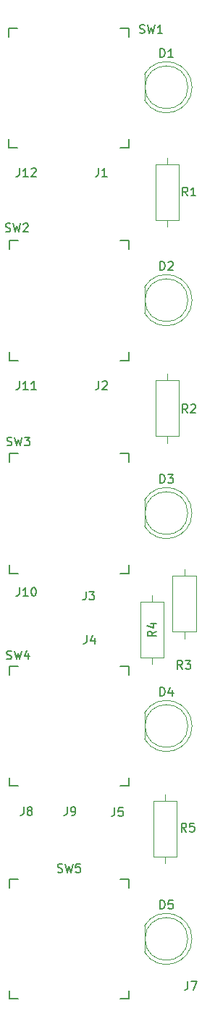
<source format=gto>
%TF.GenerationSoftware,KiCad,Pcbnew,7.0.5*%
%TF.CreationDate,2023-11-24T16:41:21-05:00*%
%TF.ProjectId,Guitar_Hero_PCBs,47756974-6172-45f4-9865-726f5f504342,rev?*%
%TF.SameCoordinates,Original*%
%TF.FileFunction,Legend,Top*%
%TF.FilePolarity,Positive*%
%FSLAX46Y46*%
G04 Gerber Fmt 4.6, Leading zero omitted, Abs format (unit mm)*
G04 Created by KiCad (PCBNEW 7.0.5) date 2023-11-24 16:41:21*
%MOMM*%
%LPD*%
G01*
G04 APERTURE LIST*
%ADD10C,0.150000*%
%ADD11C,0.120000*%
G04 APERTURE END LIST*
D10*
%TO.C,J1*%
X115922466Y-52483819D02*
X115922466Y-53198104D01*
X115922466Y-53198104D02*
X115874847Y-53340961D01*
X115874847Y-53340961D02*
X115779609Y-53436200D01*
X115779609Y-53436200D02*
X115636752Y-53483819D01*
X115636752Y-53483819D02*
X115541514Y-53483819D01*
X116922466Y-53483819D02*
X116351038Y-53483819D01*
X116636752Y-53483819D02*
X116636752Y-52483819D01*
X116636752Y-52483819D02*
X116541514Y-52626676D01*
X116541514Y-52626676D02*
X116446276Y-52721914D01*
X116446276Y-52721914D02*
X116351038Y-52769533D01*
%TO.C,R5*%
X126198333Y-130096419D02*
X125865000Y-129620228D01*
X125626905Y-130096419D02*
X125626905Y-129096419D01*
X125626905Y-129096419D02*
X126007857Y-129096419D01*
X126007857Y-129096419D02*
X126103095Y-129144038D01*
X126103095Y-129144038D02*
X126150714Y-129191657D01*
X126150714Y-129191657D02*
X126198333Y-129286895D01*
X126198333Y-129286895D02*
X126198333Y-129429752D01*
X126198333Y-129429752D02*
X126150714Y-129524990D01*
X126150714Y-129524990D02*
X126103095Y-129572609D01*
X126103095Y-129572609D02*
X126007857Y-129620228D01*
X126007857Y-129620228D02*
X125626905Y-129620228D01*
X127103095Y-129096419D02*
X126626905Y-129096419D01*
X126626905Y-129096419D02*
X126579286Y-129572609D01*
X126579286Y-129572609D02*
X126626905Y-129524990D01*
X126626905Y-129524990D02*
X126722143Y-129477371D01*
X126722143Y-129477371D02*
X126960238Y-129477371D01*
X126960238Y-129477371D02*
X127055476Y-129524990D01*
X127055476Y-129524990D02*
X127103095Y-129572609D01*
X127103095Y-129572609D02*
X127150714Y-129667847D01*
X127150714Y-129667847D02*
X127150714Y-129905942D01*
X127150714Y-129905942D02*
X127103095Y-130001180D01*
X127103095Y-130001180D02*
X127055476Y-130048800D01*
X127055476Y-130048800D02*
X126960238Y-130096419D01*
X126960238Y-130096419D02*
X126722143Y-130096419D01*
X126722143Y-130096419D02*
X126626905Y-130048800D01*
X126626905Y-130048800D02*
X126579286Y-130001180D01*
%TO.C,J9*%
X112239466Y-127185346D02*
X112239466Y-127899631D01*
X112239466Y-127899631D02*
X112191847Y-128042488D01*
X112191847Y-128042488D02*
X112096609Y-128137727D01*
X112096609Y-128137727D02*
X111953752Y-128185346D01*
X111953752Y-128185346D02*
X111858514Y-128185346D01*
X112763276Y-128185346D02*
X112953752Y-128185346D01*
X112953752Y-128185346D02*
X113048990Y-128137727D01*
X113048990Y-128137727D02*
X113096609Y-128090107D01*
X113096609Y-128090107D02*
X113191847Y-127947250D01*
X113191847Y-127947250D02*
X113239466Y-127756774D01*
X113239466Y-127756774D02*
X113239466Y-127375822D01*
X113239466Y-127375822D02*
X113191847Y-127280584D01*
X113191847Y-127280584D02*
X113144228Y-127232965D01*
X113144228Y-127232965D02*
X113048990Y-127185346D01*
X113048990Y-127185346D02*
X112858514Y-127185346D01*
X112858514Y-127185346D02*
X112763276Y-127232965D01*
X112763276Y-127232965D02*
X112715657Y-127280584D01*
X112715657Y-127280584D02*
X112668038Y-127375822D01*
X112668038Y-127375822D02*
X112668038Y-127613917D01*
X112668038Y-127613917D02*
X112715657Y-127709155D01*
X112715657Y-127709155D02*
X112763276Y-127756774D01*
X112763276Y-127756774D02*
X112858514Y-127804393D01*
X112858514Y-127804393D02*
X113048990Y-127804393D01*
X113048990Y-127804393D02*
X113144228Y-127756774D01*
X113144228Y-127756774D02*
X113191847Y-127709155D01*
X113191847Y-127709155D02*
X113239466Y-127613917D01*
%TO.C,R2*%
X126350733Y-81125219D02*
X126017400Y-80649028D01*
X125779305Y-81125219D02*
X125779305Y-80125219D01*
X125779305Y-80125219D02*
X126160257Y-80125219D01*
X126160257Y-80125219D02*
X126255495Y-80172838D01*
X126255495Y-80172838D02*
X126303114Y-80220457D01*
X126303114Y-80220457D02*
X126350733Y-80315695D01*
X126350733Y-80315695D02*
X126350733Y-80458552D01*
X126350733Y-80458552D02*
X126303114Y-80553790D01*
X126303114Y-80553790D02*
X126255495Y-80601409D01*
X126255495Y-80601409D02*
X126160257Y-80649028D01*
X126160257Y-80649028D02*
X125779305Y-80649028D01*
X126731686Y-80220457D02*
X126779305Y-80172838D01*
X126779305Y-80172838D02*
X126874543Y-80125219D01*
X126874543Y-80125219D02*
X127112638Y-80125219D01*
X127112638Y-80125219D02*
X127207876Y-80172838D01*
X127207876Y-80172838D02*
X127255495Y-80220457D01*
X127255495Y-80220457D02*
X127303114Y-80315695D01*
X127303114Y-80315695D02*
X127303114Y-80410933D01*
X127303114Y-80410933D02*
X127255495Y-80553790D01*
X127255495Y-80553790D02*
X126684067Y-81125219D01*
X126684067Y-81125219D02*
X127303114Y-81125219D01*
%TO.C,SW4*%
X105168867Y-109881200D02*
X105311724Y-109928819D01*
X105311724Y-109928819D02*
X105549819Y-109928819D01*
X105549819Y-109928819D02*
X105645057Y-109881200D01*
X105645057Y-109881200D02*
X105692676Y-109833580D01*
X105692676Y-109833580D02*
X105740295Y-109738342D01*
X105740295Y-109738342D02*
X105740295Y-109643104D01*
X105740295Y-109643104D02*
X105692676Y-109547866D01*
X105692676Y-109547866D02*
X105645057Y-109500247D01*
X105645057Y-109500247D02*
X105549819Y-109452628D01*
X105549819Y-109452628D02*
X105359343Y-109405009D01*
X105359343Y-109405009D02*
X105264105Y-109357390D01*
X105264105Y-109357390D02*
X105216486Y-109309771D01*
X105216486Y-109309771D02*
X105168867Y-109214533D01*
X105168867Y-109214533D02*
X105168867Y-109119295D01*
X105168867Y-109119295D02*
X105216486Y-109024057D01*
X105216486Y-109024057D02*
X105264105Y-108976438D01*
X105264105Y-108976438D02*
X105359343Y-108928819D01*
X105359343Y-108928819D02*
X105597438Y-108928819D01*
X105597438Y-108928819D02*
X105740295Y-108976438D01*
X106073629Y-108928819D02*
X106311724Y-109928819D01*
X106311724Y-109928819D02*
X106502200Y-109214533D01*
X106502200Y-109214533D02*
X106692676Y-109928819D01*
X106692676Y-109928819D02*
X106930772Y-108928819D01*
X107740295Y-109262152D02*
X107740295Y-109928819D01*
X107502200Y-108881200D02*
X107264105Y-109595485D01*
X107264105Y-109595485D02*
X107883152Y-109595485D01*
%TO.C,J2*%
X115947866Y-77401219D02*
X115947866Y-78115504D01*
X115947866Y-78115504D02*
X115900247Y-78258361D01*
X115900247Y-78258361D02*
X115805009Y-78353600D01*
X115805009Y-78353600D02*
X115662152Y-78401219D01*
X115662152Y-78401219D02*
X115566914Y-78401219D01*
X116376438Y-77496457D02*
X116424057Y-77448838D01*
X116424057Y-77448838D02*
X116519295Y-77401219D01*
X116519295Y-77401219D02*
X116757390Y-77401219D01*
X116757390Y-77401219D02*
X116852628Y-77448838D01*
X116852628Y-77448838D02*
X116900247Y-77496457D01*
X116900247Y-77496457D02*
X116947866Y-77591695D01*
X116947866Y-77591695D02*
X116947866Y-77686933D01*
X116947866Y-77686933D02*
X116900247Y-77829790D01*
X116900247Y-77829790D02*
X116328819Y-78401219D01*
X116328819Y-78401219D02*
X116947866Y-78401219D01*
%TO.C,J10*%
X106683276Y-101531346D02*
X106683276Y-102245631D01*
X106683276Y-102245631D02*
X106635657Y-102388488D01*
X106635657Y-102388488D02*
X106540419Y-102483727D01*
X106540419Y-102483727D02*
X106397562Y-102531346D01*
X106397562Y-102531346D02*
X106302324Y-102531346D01*
X107683276Y-102531346D02*
X107111848Y-102531346D01*
X107397562Y-102531346D02*
X107397562Y-101531346D01*
X107397562Y-101531346D02*
X107302324Y-101674203D01*
X107302324Y-101674203D02*
X107207086Y-101769441D01*
X107207086Y-101769441D02*
X107111848Y-101817060D01*
X108302324Y-101531346D02*
X108397562Y-101531346D01*
X108397562Y-101531346D02*
X108492800Y-101578965D01*
X108492800Y-101578965D02*
X108540419Y-101626584D01*
X108540419Y-101626584D02*
X108588038Y-101721822D01*
X108588038Y-101721822D02*
X108635657Y-101912298D01*
X108635657Y-101912298D02*
X108635657Y-102150393D01*
X108635657Y-102150393D02*
X108588038Y-102340869D01*
X108588038Y-102340869D02*
X108540419Y-102436107D01*
X108540419Y-102436107D02*
X108492800Y-102483727D01*
X108492800Y-102483727D02*
X108397562Y-102531346D01*
X108397562Y-102531346D02*
X108302324Y-102531346D01*
X108302324Y-102531346D02*
X108207086Y-102483727D01*
X108207086Y-102483727D02*
X108159467Y-102436107D01*
X108159467Y-102436107D02*
X108111848Y-102340869D01*
X108111848Y-102340869D02*
X108064229Y-102150393D01*
X108064229Y-102150393D02*
X108064229Y-101912298D01*
X108064229Y-101912298D02*
X108111848Y-101721822D01*
X108111848Y-101721822D02*
X108159467Y-101626584D01*
X108159467Y-101626584D02*
X108207086Y-101578965D01*
X108207086Y-101578965D02*
X108302324Y-101531346D01*
%TO.C,SW3*%
X105219667Y-84913000D02*
X105362524Y-84960619D01*
X105362524Y-84960619D02*
X105600619Y-84960619D01*
X105600619Y-84960619D02*
X105695857Y-84913000D01*
X105695857Y-84913000D02*
X105743476Y-84865380D01*
X105743476Y-84865380D02*
X105791095Y-84770142D01*
X105791095Y-84770142D02*
X105791095Y-84674904D01*
X105791095Y-84674904D02*
X105743476Y-84579666D01*
X105743476Y-84579666D02*
X105695857Y-84532047D01*
X105695857Y-84532047D02*
X105600619Y-84484428D01*
X105600619Y-84484428D02*
X105410143Y-84436809D01*
X105410143Y-84436809D02*
X105314905Y-84389190D01*
X105314905Y-84389190D02*
X105267286Y-84341571D01*
X105267286Y-84341571D02*
X105219667Y-84246333D01*
X105219667Y-84246333D02*
X105219667Y-84151095D01*
X105219667Y-84151095D02*
X105267286Y-84055857D01*
X105267286Y-84055857D02*
X105314905Y-84008238D01*
X105314905Y-84008238D02*
X105410143Y-83960619D01*
X105410143Y-83960619D02*
X105648238Y-83960619D01*
X105648238Y-83960619D02*
X105791095Y-84008238D01*
X106124429Y-83960619D02*
X106362524Y-84960619D01*
X106362524Y-84960619D02*
X106553000Y-84246333D01*
X106553000Y-84246333D02*
X106743476Y-84960619D01*
X106743476Y-84960619D02*
X106981572Y-83960619D01*
X107267286Y-83960619D02*
X107886333Y-83960619D01*
X107886333Y-83960619D02*
X107553000Y-84341571D01*
X107553000Y-84341571D02*
X107695857Y-84341571D01*
X107695857Y-84341571D02*
X107791095Y-84389190D01*
X107791095Y-84389190D02*
X107838714Y-84436809D01*
X107838714Y-84436809D02*
X107886333Y-84532047D01*
X107886333Y-84532047D02*
X107886333Y-84770142D01*
X107886333Y-84770142D02*
X107838714Y-84865380D01*
X107838714Y-84865380D02*
X107791095Y-84913000D01*
X107791095Y-84913000D02*
X107695857Y-84960619D01*
X107695857Y-84960619D02*
X107410143Y-84960619D01*
X107410143Y-84960619D02*
X107314905Y-84913000D01*
X107314905Y-84913000D02*
X107267286Y-84865380D01*
%TO.C,J8*%
X107159466Y-127185346D02*
X107159466Y-127899631D01*
X107159466Y-127899631D02*
X107111847Y-128042488D01*
X107111847Y-128042488D02*
X107016609Y-128137727D01*
X107016609Y-128137727D02*
X106873752Y-128185346D01*
X106873752Y-128185346D02*
X106778514Y-128185346D01*
X107778514Y-127613917D02*
X107683276Y-127566298D01*
X107683276Y-127566298D02*
X107635657Y-127518679D01*
X107635657Y-127518679D02*
X107588038Y-127423441D01*
X107588038Y-127423441D02*
X107588038Y-127375822D01*
X107588038Y-127375822D02*
X107635657Y-127280584D01*
X107635657Y-127280584D02*
X107683276Y-127232965D01*
X107683276Y-127232965D02*
X107778514Y-127185346D01*
X107778514Y-127185346D02*
X107968990Y-127185346D01*
X107968990Y-127185346D02*
X108064228Y-127232965D01*
X108064228Y-127232965D02*
X108111847Y-127280584D01*
X108111847Y-127280584D02*
X108159466Y-127375822D01*
X108159466Y-127375822D02*
X108159466Y-127423441D01*
X108159466Y-127423441D02*
X108111847Y-127518679D01*
X108111847Y-127518679D02*
X108064228Y-127566298D01*
X108064228Y-127566298D02*
X107968990Y-127613917D01*
X107968990Y-127613917D02*
X107778514Y-127613917D01*
X107778514Y-127613917D02*
X107683276Y-127661536D01*
X107683276Y-127661536D02*
X107635657Y-127709155D01*
X107635657Y-127709155D02*
X107588038Y-127804393D01*
X107588038Y-127804393D02*
X107588038Y-127994869D01*
X107588038Y-127994869D02*
X107635657Y-128090107D01*
X107635657Y-128090107D02*
X107683276Y-128137727D01*
X107683276Y-128137727D02*
X107778514Y-128185346D01*
X107778514Y-128185346D02*
X107968990Y-128185346D01*
X107968990Y-128185346D02*
X108064228Y-128137727D01*
X108064228Y-128137727D02*
X108111847Y-128090107D01*
X108111847Y-128090107D02*
X108159466Y-127994869D01*
X108159466Y-127994869D02*
X108159466Y-127804393D01*
X108159466Y-127804393D02*
X108111847Y-127709155D01*
X108111847Y-127709155D02*
X108064228Y-127661536D01*
X108064228Y-127661536D02*
X107968990Y-127613917D01*
%TO.C,J11*%
X106683276Y-77401346D02*
X106683276Y-78115631D01*
X106683276Y-78115631D02*
X106635657Y-78258488D01*
X106635657Y-78258488D02*
X106540419Y-78353727D01*
X106540419Y-78353727D02*
X106397562Y-78401346D01*
X106397562Y-78401346D02*
X106302324Y-78401346D01*
X107683276Y-78401346D02*
X107111848Y-78401346D01*
X107397562Y-78401346D02*
X107397562Y-77401346D01*
X107397562Y-77401346D02*
X107302324Y-77544203D01*
X107302324Y-77544203D02*
X107207086Y-77639441D01*
X107207086Y-77639441D02*
X107111848Y-77687060D01*
X108635657Y-78401346D02*
X108064229Y-78401346D01*
X108349943Y-78401346D02*
X108349943Y-77401346D01*
X108349943Y-77401346D02*
X108254705Y-77544203D01*
X108254705Y-77544203D02*
X108159467Y-77639441D01*
X108159467Y-77639441D02*
X108064229Y-77687060D01*
%TO.C,D2*%
X123129069Y-64439819D02*
X123129069Y-63439819D01*
X123129069Y-63439819D02*
X123367164Y-63439819D01*
X123367164Y-63439819D02*
X123510021Y-63487438D01*
X123510021Y-63487438D02*
X123605259Y-63582676D01*
X123605259Y-63582676D02*
X123652878Y-63677914D01*
X123652878Y-63677914D02*
X123700497Y-63868390D01*
X123700497Y-63868390D02*
X123700497Y-64011247D01*
X123700497Y-64011247D02*
X123652878Y-64201723D01*
X123652878Y-64201723D02*
X123605259Y-64296961D01*
X123605259Y-64296961D02*
X123510021Y-64392200D01*
X123510021Y-64392200D02*
X123367164Y-64439819D01*
X123367164Y-64439819D02*
X123129069Y-64439819D01*
X124081450Y-63535057D02*
X124129069Y-63487438D01*
X124129069Y-63487438D02*
X124224307Y-63439819D01*
X124224307Y-63439819D02*
X124462402Y-63439819D01*
X124462402Y-63439819D02*
X124557640Y-63487438D01*
X124557640Y-63487438D02*
X124605259Y-63535057D01*
X124605259Y-63535057D02*
X124652878Y-63630295D01*
X124652878Y-63630295D02*
X124652878Y-63725533D01*
X124652878Y-63725533D02*
X124605259Y-63868390D01*
X124605259Y-63868390D02*
X124033831Y-64439819D01*
X124033831Y-64439819D02*
X124652878Y-64439819D01*
%TO.C,SW2*%
X105041867Y-59919400D02*
X105184724Y-59967019D01*
X105184724Y-59967019D02*
X105422819Y-59967019D01*
X105422819Y-59967019D02*
X105518057Y-59919400D01*
X105518057Y-59919400D02*
X105565676Y-59871780D01*
X105565676Y-59871780D02*
X105613295Y-59776542D01*
X105613295Y-59776542D02*
X105613295Y-59681304D01*
X105613295Y-59681304D02*
X105565676Y-59586066D01*
X105565676Y-59586066D02*
X105518057Y-59538447D01*
X105518057Y-59538447D02*
X105422819Y-59490828D01*
X105422819Y-59490828D02*
X105232343Y-59443209D01*
X105232343Y-59443209D02*
X105137105Y-59395590D01*
X105137105Y-59395590D02*
X105089486Y-59347971D01*
X105089486Y-59347971D02*
X105041867Y-59252733D01*
X105041867Y-59252733D02*
X105041867Y-59157495D01*
X105041867Y-59157495D02*
X105089486Y-59062257D01*
X105089486Y-59062257D02*
X105137105Y-59014638D01*
X105137105Y-59014638D02*
X105232343Y-58967019D01*
X105232343Y-58967019D02*
X105470438Y-58967019D01*
X105470438Y-58967019D02*
X105613295Y-59014638D01*
X105946629Y-58967019D02*
X106184724Y-59967019D01*
X106184724Y-59967019D02*
X106375200Y-59252733D01*
X106375200Y-59252733D02*
X106565676Y-59967019D01*
X106565676Y-59967019D02*
X106803772Y-58967019D01*
X107137105Y-59062257D02*
X107184724Y-59014638D01*
X107184724Y-59014638D02*
X107279962Y-58967019D01*
X107279962Y-58967019D02*
X107518057Y-58967019D01*
X107518057Y-58967019D02*
X107613295Y-59014638D01*
X107613295Y-59014638D02*
X107660914Y-59062257D01*
X107660914Y-59062257D02*
X107708533Y-59157495D01*
X107708533Y-59157495D02*
X107708533Y-59252733D01*
X107708533Y-59252733D02*
X107660914Y-59395590D01*
X107660914Y-59395590D02*
X107089486Y-59967019D01*
X107089486Y-59967019D02*
X107708533Y-59967019D01*
%TO.C,R4*%
X122654219Y-106643466D02*
X122178028Y-106976799D01*
X122654219Y-107214894D02*
X121654219Y-107214894D01*
X121654219Y-107214894D02*
X121654219Y-106833942D01*
X121654219Y-106833942D02*
X121701838Y-106738704D01*
X121701838Y-106738704D02*
X121749457Y-106691085D01*
X121749457Y-106691085D02*
X121844695Y-106643466D01*
X121844695Y-106643466D02*
X121987552Y-106643466D01*
X121987552Y-106643466D02*
X122082790Y-106691085D01*
X122082790Y-106691085D02*
X122130409Y-106738704D01*
X122130409Y-106738704D02*
X122178028Y-106833942D01*
X122178028Y-106833942D02*
X122178028Y-107214894D01*
X121987552Y-105786323D02*
X122654219Y-105786323D01*
X121606600Y-106024418D02*
X122320885Y-106262513D01*
X122320885Y-106262513D02*
X122320885Y-105643466D01*
%TO.C,D4*%
X123129069Y-114223819D02*
X123129069Y-113223819D01*
X123129069Y-113223819D02*
X123367164Y-113223819D01*
X123367164Y-113223819D02*
X123510021Y-113271438D01*
X123510021Y-113271438D02*
X123605259Y-113366676D01*
X123605259Y-113366676D02*
X123652878Y-113461914D01*
X123652878Y-113461914D02*
X123700497Y-113652390D01*
X123700497Y-113652390D02*
X123700497Y-113795247D01*
X123700497Y-113795247D02*
X123652878Y-113985723D01*
X123652878Y-113985723D02*
X123605259Y-114080961D01*
X123605259Y-114080961D02*
X123510021Y-114176200D01*
X123510021Y-114176200D02*
X123367164Y-114223819D01*
X123367164Y-114223819D02*
X123129069Y-114223819D01*
X124557640Y-113557152D02*
X124557640Y-114223819D01*
X124319545Y-113176200D02*
X124081450Y-113890485D01*
X124081450Y-113890485D02*
X124700497Y-113890485D01*
%TO.C,J12*%
X106683276Y-52509346D02*
X106683276Y-53223631D01*
X106683276Y-53223631D02*
X106635657Y-53366488D01*
X106635657Y-53366488D02*
X106540419Y-53461727D01*
X106540419Y-53461727D02*
X106397562Y-53509346D01*
X106397562Y-53509346D02*
X106302324Y-53509346D01*
X107683276Y-53509346D02*
X107111848Y-53509346D01*
X107397562Y-53509346D02*
X107397562Y-52509346D01*
X107397562Y-52509346D02*
X107302324Y-52652203D01*
X107302324Y-52652203D02*
X107207086Y-52747441D01*
X107207086Y-52747441D02*
X107111848Y-52795060D01*
X108064229Y-52604584D02*
X108111848Y-52556965D01*
X108111848Y-52556965D02*
X108207086Y-52509346D01*
X108207086Y-52509346D02*
X108445181Y-52509346D01*
X108445181Y-52509346D02*
X108540419Y-52556965D01*
X108540419Y-52556965D02*
X108588038Y-52604584D01*
X108588038Y-52604584D02*
X108635657Y-52699822D01*
X108635657Y-52699822D02*
X108635657Y-52795060D01*
X108635657Y-52795060D02*
X108588038Y-52937917D01*
X108588038Y-52937917D02*
X108016610Y-53509346D01*
X108016610Y-53509346D02*
X108635657Y-53509346D01*
%TO.C,SW1*%
X120739067Y-36703927D02*
X120881924Y-36751546D01*
X120881924Y-36751546D02*
X121120019Y-36751546D01*
X121120019Y-36751546D02*
X121215257Y-36703927D01*
X121215257Y-36703927D02*
X121262876Y-36656307D01*
X121262876Y-36656307D02*
X121310495Y-36561069D01*
X121310495Y-36561069D02*
X121310495Y-36465831D01*
X121310495Y-36465831D02*
X121262876Y-36370593D01*
X121262876Y-36370593D02*
X121215257Y-36322974D01*
X121215257Y-36322974D02*
X121120019Y-36275355D01*
X121120019Y-36275355D02*
X120929543Y-36227736D01*
X120929543Y-36227736D02*
X120834305Y-36180117D01*
X120834305Y-36180117D02*
X120786686Y-36132498D01*
X120786686Y-36132498D02*
X120739067Y-36037260D01*
X120739067Y-36037260D02*
X120739067Y-35942022D01*
X120739067Y-35942022D02*
X120786686Y-35846784D01*
X120786686Y-35846784D02*
X120834305Y-35799165D01*
X120834305Y-35799165D02*
X120929543Y-35751546D01*
X120929543Y-35751546D02*
X121167638Y-35751546D01*
X121167638Y-35751546D02*
X121310495Y-35799165D01*
X121643829Y-35751546D02*
X121881924Y-36751546D01*
X121881924Y-36751546D02*
X122072400Y-36037260D01*
X122072400Y-36037260D02*
X122262876Y-36751546D01*
X122262876Y-36751546D02*
X122500972Y-35751546D01*
X123405733Y-36751546D02*
X122834305Y-36751546D01*
X123120019Y-36751546D02*
X123120019Y-35751546D01*
X123120019Y-35751546D02*
X123024781Y-35894403D01*
X123024781Y-35894403D02*
X122929543Y-35989641D01*
X122929543Y-35989641D02*
X122834305Y-36037260D01*
%TO.C,J5*%
X117802066Y-127261419D02*
X117802066Y-127975704D01*
X117802066Y-127975704D02*
X117754447Y-128118561D01*
X117754447Y-128118561D02*
X117659209Y-128213800D01*
X117659209Y-128213800D02*
X117516352Y-128261419D01*
X117516352Y-128261419D02*
X117421114Y-128261419D01*
X118754447Y-127261419D02*
X118278257Y-127261419D01*
X118278257Y-127261419D02*
X118230638Y-127737609D01*
X118230638Y-127737609D02*
X118278257Y-127689990D01*
X118278257Y-127689990D02*
X118373495Y-127642371D01*
X118373495Y-127642371D02*
X118611590Y-127642371D01*
X118611590Y-127642371D02*
X118706828Y-127689990D01*
X118706828Y-127689990D02*
X118754447Y-127737609D01*
X118754447Y-127737609D02*
X118802066Y-127832847D01*
X118802066Y-127832847D02*
X118802066Y-128070942D01*
X118802066Y-128070942D02*
X118754447Y-128166180D01*
X118754447Y-128166180D02*
X118706828Y-128213800D01*
X118706828Y-128213800D02*
X118611590Y-128261419D01*
X118611590Y-128261419D02*
X118373495Y-128261419D01*
X118373495Y-128261419D02*
X118278257Y-128213800D01*
X118278257Y-128213800D02*
X118230638Y-128166180D01*
%TO.C,J3*%
X114449266Y-101994619D02*
X114449266Y-102708904D01*
X114449266Y-102708904D02*
X114401647Y-102851761D01*
X114401647Y-102851761D02*
X114306409Y-102947000D01*
X114306409Y-102947000D02*
X114163552Y-102994619D01*
X114163552Y-102994619D02*
X114068314Y-102994619D01*
X114830219Y-101994619D02*
X115449266Y-101994619D01*
X115449266Y-101994619D02*
X115115933Y-102375571D01*
X115115933Y-102375571D02*
X115258790Y-102375571D01*
X115258790Y-102375571D02*
X115354028Y-102423190D01*
X115354028Y-102423190D02*
X115401647Y-102470809D01*
X115401647Y-102470809D02*
X115449266Y-102566047D01*
X115449266Y-102566047D02*
X115449266Y-102804142D01*
X115449266Y-102804142D02*
X115401647Y-102899380D01*
X115401647Y-102899380D02*
X115354028Y-102947000D01*
X115354028Y-102947000D02*
X115258790Y-102994619D01*
X115258790Y-102994619D02*
X114973076Y-102994619D01*
X114973076Y-102994619D02*
X114877838Y-102947000D01*
X114877838Y-102947000D02*
X114830219Y-102899380D01*
%TO.C,SW5*%
X111151467Y-134798727D02*
X111294324Y-134846346D01*
X111294324Y-134846346D02*
X111532419Y-134846346D01*
X111532419Y-134846346D02*
X111627657Y-134798727D01*
X111627657Y-134798727D02*
X111675276Y-134751107D01*
X111675276Y-134751107D02*
X111722895Y-134655869D01*
X111722895Y-134655869D02*
X111722895Y-134560631D01*
X111722895Y-134560631D02*
X111675276Y-134465393D01*
X111675276Y-134465393D02*
X111627657Y-134417774D01*
X111627657Y-134417774D02*
X111532419Y-134370155D01*
X111532419Y-134370155D02*
X111341943Y-134322536D01*
X111341943Y-134322536D02*
X111246705Y-134274917D01*
X111246705Y-134274917D02*
X111199086Y-134227298D01*
X111199086Y-134227298D02*
X111151467Y-134132060D01*
X111151467Y-134132060D02*
X111151467Y-134036822D01*
X111151467Y-134036822D02*
X111199086Y-133941584D01*
X111199086Y-133941584D02*
X111246705Y-133893965D01*
X111246705Y-133893965D02*
X111341943Y-133846346D01*
X111341943Y-133846346D02*
X111580038Y-133846346D01*
X111580038Y-133846346D02*
X111722895Y-133893965D01*
X112056229Y-133846346D02*
X112294324Y-134846346D01*
X112294324Y-134846346D02*
X112484800Y-134132060D01*
X112484800Y-134132060D02*
X112675276Y-134846346D01*
X112675276Y-134846346D02*
X112913372Y-133846346D01*
X113770514Y-133846346D02*
X113294324Y-133846346D01*
X113294324Y-133846346D02*
X113246705Y-134322536D01*
X113246705Y-134322536D02*
X113294324Y-134274917D01*
X113294324Y-134274917D02*
X113389562Y-134227298D01*
X113389562Y-134227298D02*
X113627657Y-134227298D01*
X113627657Y-134227298D02*
X113722895Y-134274917D01*
X113722895Y-134274917D02*
X113770514Y-134322536D01*
X113770514Y-134322536D02*
X113818133Y-134417774D01*
X113818133Y-134417774D02*
X113818133Y-134655869D01*
X113818133Y-134655869D02*
X113770514Y-134751107D01*
X113770514Y-134751107D02*
X113722895Y-134798727D01*
X113722895Y-134798727D02*
X113627657Y-134846346D01*
X113627657Y-134846346D02*
X113389562Y-134846346D01*
X113389562Y-134846346D02*
X113294324Y-134798727D01*
X113294324Y-134798727D02*
X113246705Y-134751107D01*
%TO.C,D3*%
X123124069Y-89331819D02*
X123124069Y-88331819D01*
X123124069Y-88331819D02*
X123362164Y-88331819D01*
X123362164Y-88331819D02*
X123505021Y-88379438D01*
X123505021Y-88379438D02*
X123600259Y-88474676D01*
X123600259Y-88474676D02*
X123647878Y-88569914D01*
X123647878Y-88569914D02*
X123695497Y-88760390D01*
X123695497Y-88760390D02*
X123695497Y-88903247D01*
X123695497Y-88903247D02*
X123647878Y-89093723D01*
X123647878Y-89093723D02*
X123600259Y-89188961D01*
X123600259Y-89188961D02*
X123505021Y-89284200D01*
X123505021Y-89284200D02*
X123362164Y-89331819D01*
X123362164Y-89331819D02*
X123124069Y-89331819D01*
X124028831Y-88331819D02*
X124647878Y-88331819D01*
X124647878Y-88331819D02*
X124314545Y-88712771D01*
X124314545Y-88712771D02*
X124457402Y-88712771D01*
X124457402Y-88712771D02*
X124552640Y-88760390D01*
X124552640Y-88760390D02*
X124600259Y-88808009D01*
X124600259Y-88808009D02*
X124647878Y-88903247D01*
X124647878Y-88903247D02*
X124647878Y-89141342D01*
X124647878Y-89141342D02*
X124600259Y-89236580D01*
X124600259Y-89236580D02*
X124552640Y-89284200D01*
X124552640Y-89284200D02*
X124457402Y-89331819D01*
X124457402Y-89331819D02*
X124171688Y-89331819D01*
X124171688Y-89331819D02*
X124076450Y-89284200D01*
X124076450Y-89284200D02*
X124028831Y-89236580D01*
%TO.C,R3*%
X125741133Y-111071819D02*
X125407800Y-110595628D01*
X125169705Y-111071819D02*
X125169705Y-110071819D01*
X125169705Y-110071819D02*
X125550657Y-110071819D01*
X125550657Y-110071819D02*
X125645895Y-110119438D01*
X125645895Y-110119438D02*
X125693514Y-110167057D01*
X125693514Y-110167057D02*
X125741133Y-110262295D01*
X125741133Y-110262295D02*
X125741133Y-110405152D01*
X125741133Y-110405152D02*
X125693514Y-110500390D01*
X125693514Y-110500390D02*
X125645895Y-110548009D01*
X125645895Y-110548009D02*
X125550657Y-110595628D01*
X125550657Y-110595628D02*
X125169705Y-110595628D01*
X126074467Y-110071819D02*
X126693514Y-110071819D01*
X126693514Y-110071819D02*
X126360181Y-110452771D01*
X126360181Y-110452771D02*
X126503038Y-110452771D01*
X126503038Y-110452771D02*
X126598276Y-110500390D01*
X126598276Y-110500390D02*
X126645895Y-110548009D01*
X126645895Y-110548009D02*
X126693514Y-110643247D01*
X126693514Y-110643247D02*
X126693514Y-110881342D01*
X126693514Y-110881342D02*
X126645895Y-110976580D01*
X126645895Y-110976580D02*
X126598276Y-111024200D01*
X126598276Y-111024200D02*
X126503038Y-111071819D01*
X126503038Y-111071819D02*
X126217324Y-111071819D01*
X126217324Y-111071819D02*
X126122086Y-111024200D01*
X126122086Y-111024200D02*
X126074467Y-110976580D01*
%TO.C,D1*%
X123129069Y-39547819D02*
X123129069Y-38547819D01*
X123129069Y-38547819D02*
X123367164Y-38547819D01*
X123367164Y-38547819D02*
X123510021Y-38595438D01*
X123510021Y-38595438D02*
X123605259Y-38690676D01*
X123605259Y-38690676D02*
X123652878Y-38785914D01*
X123652878Y-38785914D02*
X123700497Y-38976390D01*
X123700497Y-38976390D02*
X123700497Y-39119247D01*
X123700497Y-39119247D02*
X123652878Y-39309723D01*
X123652878Y-39309723D02*
X123605259Y-39404961D01*
X123605259Y-39404961D02*
X123510021Y-39500200D01*
X123510021Y-39500200D02*
X123367164Y-39547819D01*
X123367164Y-39547819D02*
X123129069Y-39547819D01*
X124652878Y-39547819D02*
X124081450Y-39547819D01*
X124367164Y-39547819D02*
X124367164Y-38547819D01*
X124367164Y-38547819D02*
X124271926Y-38690676D01*
X124271926Y-38690676D02*
X124176688Y-38785914D01*
X124176688Y-38785914D02*
X124081450Y-38833533D01*
%TO.C,J7*%
X126361866Y-147562219D02*
X126361866Y-148276504D01*
X126361866Y-148276504D02*
X126314247Y-148419361D01*
X126314247Y-148419361D02*
X126219009Y-148514600D01*
X126219009Y-148514600D02*
X126076152Y-148562219D01*
X126076152Y-148562219D02*
X125980914Y-148562219D01*
X126742819Y-147562219D02*
X127409485Y-147562219D01*
X127409485Y-147562219D02*
X126980914Y-148562219D01*
%TO.C,J4*%
X114550866Y-107125419D02*
X114550866Y-107839704D01*
X114550866Y-107839704D02*
X114503247Y-107982561D01*
X114503247Y-107982561D02*
X114408009Y-108077800D01*
X114408009Y-108077800D02*
X114265152Y-108125419D01*
X114265152Y-108125419D02*
X114169914Y-108125419D01*
X115455628Y-107458752D02*
X115455628Y-108125419D01*
X115217533Y-107077800D02*
X114979438Y-107792085D01*
X114979438Y-107792085D02*
X115598485Y-107792085D01*
%TO.C,D5*%
X123124069Y-139115819D02*
X123124069Y-138115819D01*
X123124069Y-138115819D02*
X123362164Y-138115819D01*
X123362164Y-138115819D02*
X123505021Y-138163438D01*
X123505021Y-138163438D02*
X123600259Y-138258676D01*
X123600259Y-138258676D02*
X123647878Y-138353914D01*
X123647878Y-138353914D02*
X123695497Y-138544390D01*
X123695497Y-138544390D02*
X123695497Y-138687247D01*
X123695497Y-138687247D02*
X123647878Y-138877723D01*
X123647878Y-138877723D02*
X123600259Y-138972961D01*
X123600259Y-138972961D02*
X123505021Y-139068200D01*
X123505021Y-139068200D02*
X123362164Y-139115819D01*
X123362164Y-139115819D02*
X123124069Y-139115819D01*
X124600259Y-138115819D02*
X124124069Y-138115819D01*
X124124069Y-138115819D02*
X124076450Y-138592009D01*
X124076450Y-138592009D02*
X124124069Y-138544390D01*
X124124069Y-138544390D02*
X124219307Y-138496771D01*
X124219307Y-138496771D02*
X124457402Y-138496771D01*
X124457402Y-138496771D02*
X124552640Y-138544390D01*
X124552640Y-138544390D02*
X124600259Y-138592009D01*
X124600259Y-138592009D02*
X124647878Y-138687247D01*
X124647878Y-138687247D02*
X124647878Y-138925342D01*
X124647878Y-138925342D02*
X124600259Y-139020580D01*
X124600259Y-139020580D02*
X124552640Y-139068200D01*
X124552640Y-139068200D02*
X124457402Y-139115819D01*
X124457402Y-139115819D02*
X124219307Y-139115819D01*
X124219307Y-139115819D02*
X124124069Y-139068200D01*
X124124069Y-139068200D02*
X124076450Y-139020580D01*
%TO.C,R1*%
X126350733Y-55750619D02*
X126017400Y-55274428D01*
X125779305Y-55750619D02*
X125779305Y-54750619D01*
X125779305Y-54750619D02*
X126160257Y-54750619D01*
X126160257Y-54750619D02*
X126255495Y-54798238D01*
X126255495Y-54798238D02*
X126303114Y-54845857D01*
X126303114Y-54845857D02*
X126350733Y-54941095D01*
X126350733Y-54941095D02*
X126350733Y-55083952D01*
X126350733Y-55083952D02*
X126303114Y-55179190D01*
X126303114Y-55179190D02*
X126255495Y-55226809D01*
X126255495Y-55226809D02*
X126160257Y-55274428D01*
X126160257Y-55274428D02*
X125779305Y-55274428D01*
X127303114Y-55750619D02*
X126731686Y-55750619D01*
X127017400Y-55750619D02*
X127017400Y-54750619D01*
X127017400Y-54750619D02*
X126922162Y-54893476D01*
X126922162Y-54893476D02*
X126826924Y-54988714D01*
X126826924Y-54988714D02*
X126731686Y-55036333D01*
D11*
%TO.C,R5*%
X123723400Y-133783200D02*
X123723400Y-133013200D01*
X122353400Y-133013200D02*
X125093400Y-133013200D01*
X125093400Y-133013200D02*
X125093400Y-126473200D01*
X122353400Y-126473200D02*
X122353400Y-133013200D01*
X125093400Y-126473200D02*
X122353400Y-126473200D01*
X123723400Y-125703200D02*
X123723400Y-126473200D01*
%TO.C,R2*%
X123968764Y-76554200D02*
X123968764Y-77324200D01*
X125338764Y-77324200D02*
X122598764Y-77324200D01*
X122598764Y-77324200D02*
X122598764Y-83864200D01*
X125338764Y-83864200D02*
X125338764Y-77324200D01*
X122598764Y-83864200D02*
X125338764Y-83864200D01*
X123968764Y-84634200D02*
X123968764Y-83864200D01*
D10*
%TO.C,SW4*%
X105484800Y-111754527D02*
X105484800Y-110754527D01*
X105484800Y-124754527D02*
X105484800Y-123754527D01*
X105484800Y-124754527D02*
X106484800Y-124754527D01*
X106484800Y-110754527D02*
X105484800Y-110754527D01*
X118484800Y-124754527D02*
X119484800Y-124754527D01*
X119484800Y-110754527D02*
X118484800Y-110754527D01*
X119484800Y-110754527D02*
X119484800Y-111754527D01*
X119484800Y-123754527D02*
X119484800Y-124754527D01*
%TO.C,SW3*%
X105484800Y-86871527D02*
X105484800Y-85871527D01*
X105484800Y-99871527D02*
X105484800Y-98871527D01*
X105484800Y-99871527D02*
X106484800Y-99871527D01*
X106484800Y-85871527D02*
X105484800Y-85871527D01*
X118484800Y-99871527D02*
X119484800Y-99871527D01*
X119484800Y-85871527D02*
X118484800Y-85871527D01*
X119484800Y-85871527D02*
X119484800Y-86871527D01*
X119484800Y-98871527D02*
X119484800Y-99871527D01*
D11*
%TO.C,D2*%
X121307164Y-66400000D02*
X121307164Y-69490000D01*
X126857163Y-67945462D02*
G75*
G03*
X121307165Y-66400170I-2989999J462D01*
G01*
X121307164Y-69489830D02*
G75*
G03*
X126857164Y-67944538I2560000J1544830D01*
G01*
X126367164Y-67945000D02*
G75*
G03*
X126367164Y-67945000I-2500000J0D01*
G01*
D10*
%TO.C,SW2*%
X105484800Y-61979527D02*
X105484800Y-60979527D01*
X105484800Y-74979527D02*
X105484800Y-73979527D01*
X105484800Y-74979527D02*
X106484800Y-74979527D01*
X106484800Y-60979527D02*
X105484800Y-60979527D01*
X118484800Y-74979527D02*
X119484800Y-74979527D01*
X119484800Y-60979527D02*
X118484800Y-60979527D01*
X119484800Y-60979527D02*
X119484800Y-61979527D01*
X119484800Y-73979527D02*
X119484800Y-74979527D01*
D11*
%TO.C,R4*%
X122174000Y-102436800D02*
X122174000Y-103206800D01*
X123544000Y-103206800D02*
X120804000Y-103206800D01*
X120804000Y-103206800D02*
X120804000Y-109746800D01*
X123544000Y-109746800D02*
X123544000Y-103206800D01*
X120804000Y-109746800D02*
X123544000Y-109746800D01*
X122174000Y-110516800D02*
X122174000Y-109746800D01*
%TO.C,D4*%
X121307164Y-116184000D02*
X121307164Y-119274000D01*
X126857163Y-117729462D02*
G75*
G03*
X121307165Y-116184170I-2989999J462D01*
G01*
X121307164Y-119273830D02*
G75*
G03*
X126857164Y-117728538I2560000J1544830D01*
G01*
X126367164Y-117729000D02*
G75*
G03*
X126367164Y-117729000I-2500000J0D01*
G01*
D10*
%TO.C,SW1*%
X105445800Y-37147527D02*
X105445800Y-36147527D01*
X105445800Y-50147527D02*
X105445800Y-49147527D01*
X105445800Y-50147527D02*
X106445800Y-50147527D01*
X106445800Y-36147527D02*
X105445800Y-36147527D01*
X118445800Y-50147527D02*
X119445800Y-50147527D01*
X119445800Y-36147527D02*
X118445800Y-36147527D01*
X119445800Y-36147527D02*
X119445800Y-37147527D01*
X119445800Y-49147527D02*
X119445800Y-50147527D01*
%TO.C,SW5*%
X105484800Y-136646527D02*
X105484800Y-135646527D01*
X105484800Y-149646527D02*
X105484800Y-148646527D01*
X105484800Y-149646527D02*
X106484800Y-149646527D01*
X106484800Y-135646527D02*
X105484800Y-135646527D01*
X118484800Y-149646527D02*
X119484800Y-149646527D01*
X119484800Y-135646527D02*
X118484800Y-135646527D01*
X119484800Y-135646527D02*
X119484800Y-136646527D01*
X119484800Y-148646527D02*
X119484800Y-149646527D01*
D11*
%TO.C,D3*%
X121302164Y-91292000D02*
X121302164Y-94382000D01*
X126852163Y-92837462D02*
G75*
G03*
X121302165Y-91292170I-2989999J462D01*
G01*
X121302164Y-94381830D02*
G75*
G03*
X126852164Y-92836538I2560000J1544830D01*
G01*
X126362164Y-92837000D02*
G75*
G03*
X126362164Y-92837000I-2500000J0D01*
G01*
%TO.C,R3*%
X125958600Y-99414200D02*
X125958600Y-100184200D01*
X127328600Y-100184200D02*
X124588600Y-100184200D01*
X124588600Y-100184200D02*
X124588600Y-106724200D01*
X127328600Y-106724200D02*
X127328600Y-100184200D01*
X124588600Y-106724200D02*
X127328600Y-106724200D01*
X125958600Y-107494200D02*
X125958600Y-106724200D01*
%TO.C,D1*%
X121307164Y-41508000D02*
X121307164Y-44598000D01*
X126857163Y-43053462D02*
G75*
G03*
X121307165Y-41508170I-2989999J462D01*
G01*
X121307164Y-44597830D02*
G75*
G03*
X126857164Y-43052538I2560000J1544830D01*
G01*
X126367164Y-43053000D02*
G75*
G03*
X126367164Y-43053000I-2500000J0D01*
G01*
%TO.C,D5*%
X121302164Y-141076000D02*
X121302164Y-144166000D01*
X126852163Y-142621462D02*
G75*
G03*
X121302165Y-141076170I-2989999J462D01*
G01*
X121302164Y-144165830D02*
G75*
G03*
X126852164Y-142620538I2560000J1544830D01*
G01*
X126362164Y-142621000D02*
G75*
G03*
X126362164Y-142621000I-2500000J0D01*
G01*
%TO.C,R1*%
X123968764Y-51306600D02*
X123968764Y-52076600D01*
X125338764Y-52076600D02*
X122598764Y-52076600D01*
X122598764Y-52076600D02*
X122598764Y-58616600D01*
X125338764Y-58616600D02*
X125338764Y-52076600D01*
X122598764Y-58616600D02*
X125338764Y-58616600D01*
X123968764Y-59386600D02*
X123968764Y-58616600D01*
%TD*%
M02*

</source>
